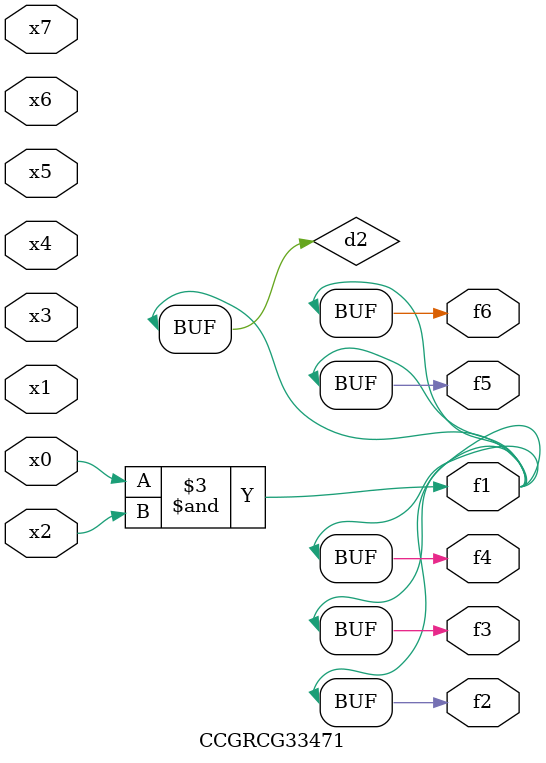
<source format=v>
module CCGRCG33471(
	input x0, x1, x2, x3, x4, x5, x6, x7,
	output f1, f2, f3, f4, f5, f6
);

	wire d1, d2;

	nor (d1, x3, x6);
	and (d2, x0, x2);
	assign f1 = d2;
	assign f2 = d2;
	assign f3 = d2;
	assign f4 = d2;
	assign f5 = d2;
	assign f6 = d2;
endmodule

</source>
